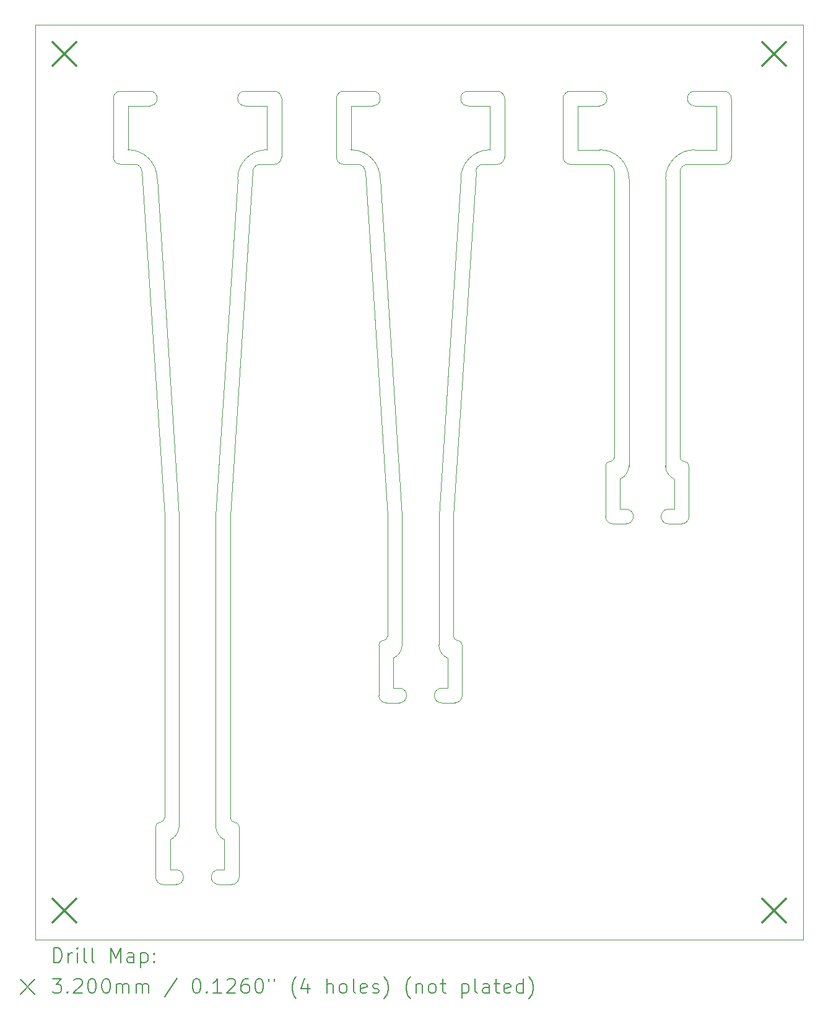
<source format=gbr>
%FSLAX45Y45*%
G04 Gerber Fmt 4.5, Leading zero omitted, Abs format (unit mm)*
G04 Created by KiCad (PCBNEW (6.0.0)) date 2022-03-28 07:33:32*
%MOMM*%
%LPD*%
G01*
G04 APERTURE LIST*
%TA.AperFunction,Profile*%
%ADD10C,0.050000*%
%TD*%
%ADD11C,0.200000*%
%ADD12C,0.320000*%
G04 APERTURE END LIST*
D10*
X18423000Y-4818586D02*
G75*
G03*
X18023000Y-5218586I0J-400000D01*
G01*
X18023000Y-9137635D02*
G75*
G03*
X18143000Y-9318586I208355J7908D01*
G01*
X17403000Y-9318586D02*
G75*
G03*
X17523000Y-9137635I-88355J188859D01*
G01*
X14923000Y-11582635D02*
G75*
G03*
X15043000Y-11763586I208355J7908D01*
G01*
X14303000Y-11763586D02*
G75*
G03*
X14423000Y-11582635I-88355J188859D01*
G01*
X17523000Y-5218586D02*
G75*
G03*
X17123000Y-4818586I-400000J0D01*
G01*
X14123000Y-5218586D02*
G75*
G03*
X13723000Y-4818586I-400000J0D01*
G01*
X14423000Y-9818586D02*
X14123000Y-5218586D01*
X14223000Y-9818586D02*
X13915289Y-5118586D01*
X13915289Y-5118586D02*
G75*
G03*
X13815289Y-5018586I-100000J0D01*
G01*
X15430711Y-5118586D02*
X15123000Y-9818586D01*
X15623000Y-4818586D02*
G75*
G03*
X15223000Y-5218586I0J-400000D01*
G01*
X13623711Y-5018586D02*
X13815289Y-5018586D01*
X15530711Y-5018586D02*
G75*
G03*
X15430711Y-5118586I0J-100000D01*
G01*
X15223000Y-5218586D02*
X14923000Y-9818586D01*
X15530711Y-5018586D02*
X15723000Y-5018586D01*
X16723711Y-5018586D02*
X17223000Y-5018586D01*
X18323000Y-5018586D02*
X18822289Y-5018586D01*
X18723000Y-4818586D02*
X18423000Y-4818586D01*
X17323000Y-5118586D02*
G75*
G03*
X17223000Y-5018586I-100000J0D01*
G01*
X17123000Y-4818586D02*
X16823000Y-4818586D01*
X18323000Y-5018586D02*
G75*
G03*
X18223000Y-5118586I0J-100000D01*
G01*
X11073000Y-5218586D02*
G75*
G03*
X10673000Y-4818586I-400000J0D01*
G01*
X11373000Y-9818586D02*
X11073000Y-5218586D01*
X11173000Y-9818586D02*
X10865289Y-5118586D01*
X10865289Y-5118586D02*
G75*
G03*
X10765289Y-5018586I-100000J0D01*
G01*
X10573711Y-5018586D02*
X10765289Y-5018586D01*
X12380711Y-5118586D02*
X12073000Y-9818586D01*
X12573000Y-4818586D02*
G75*
G03*
X12173000Y-5218586I0J-400000D01*
G01*
X11873000Y-14063586D02*
G75*
G03*
X11993000Y-14244538I208355J7908D01*
G01*
X18723000Y-4218586D02*
X18423000Y-4218586D01*
X12273000Y-4018586D02*
G75*
G03*
X12273000Y-4218586I0J-100000D01*
G01*
X11913000Y-14654538D02*
G75*
G03*
X11913000Y-14854538I0J-100000D01*
G01*
X18723000Y-4818586D02*
X18723000Y-4218586D01*
X14303000Y-12173586D02*
X14303000Y-11763586D01*
X18823000Y-5018586D02*
G75*
G03*
X18923000Y-4918586I0J100000D01*
G01*
X11373000Y-14063586D02*
X11373000Y-9818586D01*
X15123000Y-11463586D02*
X15123000Y-11213586D01*
X18023000Y-5218586D02*
X18023000Y-9137635D01*
X12193000Y-14064538D02*
G75*
G03*
X12133000Y-14004538I-60000J0D01*
G01*
X10473000Y-4818586D02*
X10473000Y-4918586D01*
X15243000Y-11583586D02*
G75*
G03*
X15183000Y-11523586I-60000J0D01*
G01*
X11253000Y-14654537D02*
X11333000Y-14654537D01*
X14023000Y-4218586D02*
X13723000Y-4218586D01*
X18823000Y-4018586D02*
X18423000Y-4018586D01*
X16623000Y-4918586D02*
G75*
G03*
X16723000Y-5018586I100000J0D01*
G01*
X16623000Y-4818586D02*
X16623000Y-4918586D01*
X12773000Y-4818586D02*
X12773000Y-4918586D01*
X18343000Y-9828586D02*
X18343000Y-9318586D01*
X15823000Y-4818586D02*
X15823000Y-4118586D01*
X10973000Y-4218586D02*
X10673000Y-4218586D01*
X14023000Y-4218586D02*
G75*
G03*
X14023000Y-4018586I0J100000D01*
G01*
X17203000Y-9828586D02*
G75*
G03*
X17303000Y-9928586I100000J0D01*
G01*
X17263000Y-9078586D02*
G75*
G03*
X17203000Y-9138586I0J-60000D01*
G01*
X14963000Y-12173586D02*
X15043000Y-12173586D01*
X17123000Y-4218586D02*
G75*
G03*
X17123000Y-4018586I0J100000D01*
G01*
X17203000Y-9318586D02*
X17203000Y-9828586D01*
X13523000Y-4118586D02*
X13523000Y-4818586D01*
X11253000Y-14244538D02*
G75*
G03*
X11373000Y-14063586I-88355J188859D01*
G01*
X17203000Y-9138586D02*
X17203000Y-9318586D01*
X14203000Y-12373586D02*
X14383000Y-12373586D01*
X14963000Y-12373586D02*
X15143000Y-12373586D01*
X12193000Y-14754538D02*
X12193000Y-14244538D01*
X15623000Y-4218586D02*
X15323000Y-4218586D01*
X17403000Y-9728586D02*
X17483000Y-9728586D01*
X17323000Y-5118586D02*
X17323000Y-8768586D01*
X12480711Y-5018586D02*
X12673000Y-5018586D01*
X15623000Y-4818586D02*
X15623000Y-4218586D01*
X18223000Y-8768586D02*
X18223000Y-5118586D01*
X11913000Y-14654538D02*
X11993000Y-14654538D01*
X11053000Y-14064538D02*
X11053000Y-14244538D01*
X12193000Y-14064538D02*
X12193000Y-14244538D01*
X14383000Y-12373586D02*
G75*
G03*
X14383000Y-12173586I0J100000D01*
G01*
X13723000Y-4818586D02*
X13723000Y-4218586D01*
X14423000Y-11582635D02*
X14423000Y-9818586D01*
X18063000Y-9728586D02*
G75*
G03*
X18063000Y-9928586I0J-100000D01*
G01*
X13623000Y-4018586D02*
G75*
G03*
X13523000Y-4118586I0J-100000D01*
G01*
X14103000Y-11763586D02*
X14103000Y-12273586D01*
X18223000Y-9018586D02*
G75*
G03*
X18283000Y-9078586I60000J0D01*
G01*
X17323000Y-8768586D02*
X17323000Y-9018586D01*
X14923000Y-9818586D02*
X14923000Y-11582635D01*
X11173000Y-13694538D02*
X11173000Y-13944538D01*
X10973000Y-4018586D02*
X10573000Y-4018586D01*
X18923000Y-4818586D02*
X18923000Y-4118586D01*
X17263000Y-9078586D02*
G75*
G03*
X17323000Y-9018586I0J60000D01*
G01*
X18143000Y-9318586D02*
X18143000Y-9728586D01*
X12093000Y-14854538D02*
G75*
G03*
X12193000Y-14754538I0J100000D01*
G01*
X12173000Y-5218586D02*
X11873000Y-9818586D01*
X11873000Y-9818586D02*
X11873000Y-14063586D01*
X15243000Y-12273586D02*
X15243000Y-11763586D01*
X12673000Y-5018586D02*
G75*
G03*
X12773000Y-4918586I0J100000D01*
G01*
X12573000Y-4218586D02*
X12273000Y-4218586D01*
X18923000Y-4818586D02*
X18923000Y-4918586D01*
X12073000Y-13944538D02*
X12073000Y-13694538D01*
X18243000Y-9928586D02*
G75*
G03*
X18343000Y-9828586I0J100000D01*
G01*
X11253000Y-14654538D02*
X11253000Y-14244538D01*
X16623000Y-4118586D02*
X16623000Y-4818586D01*
X14103000Y-12273586D02*
G75*
G03*
X14203000Y-12373586I100000J0D01*
G01*
X11913000Y-14854538D02*
X12093000Y-14854538D01*
X11053000Y-14754537D02*
G75*
G03*
X11153000Y-14854537I100000J0D01*
G01*
X11173000Y-9818586D02*
X11173000Y-13694538D01*
X14163000Y-11523586D02*
G75*
G03*
X14103000Y-11583586I0J-60000D01*
G01*
X18063000Y-9728586D02*
X18143000Y-9728586D01*
X12573000Y-4818586D02*
X12573000Y-4218586D01*
X11113000Y-14004538D02*
G75*
G03*
X11053000Y-14064538I0J-60000D01*
G01*
X11333000Y-14854537D02*
G75*
G03*
X11333000Y-14654537I0J100000D01*
G01*
X14163000Y-11523586D02*
G75*
G03*
X14223000Y-11463586I0J60000D01*
G01*
X15323000Y-4018586D02*
G75*
G03*
X15323000Y-4218586I0J-100000D01*
G01*
X11153000Y-14854537D02*
X11333000Y-14854537D01*
X11113000Y-14004538D02*
G75*
G03*
X11173000Y-13944538I0J60000D01*
G01*
X15723000Y-4018586D02*
X15323000Y-4018586D01*
X15123000Y-11463586D02*
G75*
G03*
X15183000Y-11523586I60000J0D01*
G01*
X9404500Y-3108250D02*
X19904500Y-3108250D01*
X19904500Y-3108250D02*
X19904500Y-15608250D01*
X19904500Y-15608250D02*
X9404500Y-15608250D01*
X9404500Y-15608250D02*
X9404500Y-3108250D01*
X14223000Y-9818586D02*
X14223000Y-11213586D01*
X17483000Y-9928586D02*
G75*
G03*
X17483000Y-9728586I0J100000D01*
G01*
X15823000Y-4118586D02*
G75*
G03*
X15723000Y-4018586I-100000J0D01*
G01*
X11993000Y-14244538D02*
X11993000Y-14654538D01*
X12073000Y-13694538D02*
X12073000Y-9818586D01*
X18343000Y-9138586D02*
G75*
G03*
X18283000Y-9078586I-60000J0D01*
G01*
X14023000Y-4018586D02*
X13623000Y-4018586D01*
X14303000Y-12173586D02*
X14383000Y-12173586D01*
X18343000Y-9138586D02*
X18343000Y-9318586D01*
X17303000Y-9928586D02*
X17483000Y-9928586D01*
X15043000Y-11763586D02*
X15043000Y-12173586D01*
X15723000Y-5018586D02*
G75*
G03*
X15823000Y-4918586I0J100000D01*
G01*
X17523000Y-9137635D02*
X17523000Y-5218586D01*
X17123000Y-4018586D02*
X16723000Y-4018586D01*
X11053000Y-14244538D02*
X11053000Y-14754537D01*
X14963000Y-12173586D02*
G75*
G03*
X14963000Y-12373586I0J-100000D01*
G01*
X14223000Y-11213586D02*
X14223000Y-11463586D01*
X12773000Y-4818586D02*
X12773000Y-4118586D01*
X12673000Y-4018586D02*
X12273000Y-4018586D01*
X14103000Y-11583586D02*
X14103000Y-11763586D01*
X18923000Y-4118586D02*
G75*
G03*
X18823000Y-4018586I-100000J0D01*
G01*
X16723000Y-4018586D02*
G75*
G03*
X16623000Y-4118586I0J-100000D01*
G01*
X16823000Y-4818586D02*
X16823000Y-4218586D01*
X12073000Y-13944538D02*
G75*
G03*
X12133000Y-14004538I60000J0D01*
G01*
X17123000Y-4218586D02*
X16823000Y-4218586D01*
X17403000Y-9728586D02*
X17403000Y-9318586D01*
X15143000Y-12373586D02*
G75*
G03*
X15243000Y-12273586I0J100000D01*
G01*
X18063000Y-9928586D02*
X18243000Y-9928586D01*
X13523000Y-4818586D02*
X13523000Y-4918586D01*
X12773000Y-4118586D02*
G75*
G03*
X12673000Y-4018586I-100000J0D01*
G01*
X15243000Y-11583586D02*
X15243000Y-11763586D01*
X10473000Y-4118586D02*
X10473000Y-4818586D01*
X12480711Y-5018586D02*
G75*
G03*
X12380711Y-5118586I0J-100000D01*
G01*
X15123000Y-11213586D02*
X15123000Y-9818586D01*
X18223000Y-9018586D02*
X18223000Y-8768586D01*
X15823000Y-4818586D02*
X15823000Y-4918586D01*
X10573000Y-4018586D02*
G75*
G03*
X10473000Y-4118586I0J-100000D01*
G01*
X10973000Y-4218586D02*
G75*
G03*
X10973000Y-4018586I0J100000D01*
G01*
X10473000Y-4918586D02*
G75*
G03*
X10573000Y-5018586I100000J0D01*
G01*
X10673000Y-4818586D02*
X10673000Y-4218586D01*
X13523000Y-4918586D02*
G75*
G03*
X13623000Y-5018586I100000J0D01*
G01*
X18423000Y-4018586D02*
G75*
G03*
X18423000Y-4218586I0J-100000D01*
G01*
D11*
D12*
X9644500Y-3348250D02*
X9964500Y-3668250D01*
X9964500Y-3348250D02*
X9644500Y-3668250D01*
X9644500Y-15048250D02*
X9964500Y-15368250D01*
X9964500Y-15048250D02*
X9644500Y-15368250D01*
X19344500Y-3348250D02*
X19664500Y-3668250D01*
X19664500Y-3348250D02*
X19344500Y-3668250D01*
X19344500Y-15048250D02*
X19664500Y-15368250D01*
X19664500Y-15048250D02*
X19344500Y-15368250D01*
D11*
X9659619Y-15921226D02*
X9659619Y-15721226D01*
X9707238Y-15721226D01*
X9735810Y-15730750D01*
X9754857Y-15749798D01*
X9764381Y-15768845D01*
X9773905Y-15806940D01*
X9773905Y-15835512D01*
X9764381Y-15873607D01*
X9754857Y-15892655D01*
X9735810Y-15911702D01*
X9707238Y-15921226D01*
X9659619Y-15921226D01*
X9859619Y-15921226D02*
X9859619Y-15787893D01*
X9859619Y-15825988D02*
X9869143Y-15806940D01*
X9878667Y-15797417D01*
X9897714Y-15787893D01*
X9916762Y-15787893D01*
X9983429Y-15921226D02*
X9983429Y-15787893D01*
X9983429Y-15721226D02*
X9973905Y-15730750D01*
X9983429Y-15740274D01*
X9992952Y-15730750D01*
X9983429Y-15721226D01*
X9983429Y-15740274D01*
X10107238Y-15921226D02*
X10088190Y-15911702D01*
X10078667Y-15892655D01*
X10078667Y-15721226D01*
X10212000Y-15921226D02*
X10192952Y-15911702D01*
X10183429Y-15892655D01*
X10183429Y-15721226D01*
X10440571Y-15921226D02*
X10440571Y-15721226D01*
X10507238Y-15864083D01*
X10573905Y-15721226D01*
X10573905Y-15921226D01*
X10754857Y-15921226D02*
X10754857Y-15816464D01*
X10745333Y-15797417D01*
X10726286Y-15787893D01*
X10688190Y-15787893D01*
X10669143Y-15797417D01*
X10754857Y-15911702D02*
X10735810Y-15921226D01*
X10688190Y-15921226D01*
X10669143Y-15911702D01*
X10659619Y-15892655D01*
X10659619Y-15873607D01*
X10669143Y-15854559D01*
X10688190Y-15845036D01*
X10735810Y-15845036D01*
X10754857Y-15835512D01*
X10850095Y-15787893D02*
X10850095Y-15987893D01*
X10850095Y-15797417D02*
X10869143Y-15787893D01*
X10907238Y-15787893D01*
X10926286Y-15797417D01*
X10935810Y-15806940D01*
X10945333Y-15825988D01*
X10945333Y-15883131D01*
X10935810Y-15902178D01*
X10926286Y-15911702D01*
X10907238Y-15921226D01*
X10869143Y-15921226D01*
X10850095Y-15911702D01*
X11031048Y-15902178D02*
X11040571Y-15911702D01*
X11031048Y-15921226D01*
X11021524Y-15911702D01*
X11031048Y-15902178D01*
X11031048Y-15921226D01*
X11031048Y-15797417D02*
X11040571Y-15806940D01*
X11031048Y-15816464D01*
X11021524Y-15806940D01*
X11031048Y-15797417D01*
X11031048Y-15816464D01*
X9202000Y-16150750D02*
X9402000Y-16350750D01*
X9402000Y-16150750D02*
X9202000Y-16350750D01*
X9640571Y-16141226D02*
X9764381Y-16141226D01*
X9697714Y-16217417D01*
X9726286Y-16217417D01*
X9745333Y-16226940D01*
X9754857Y-16236464D01*
X9764381Y-16255512D01*
X9764381Y-16303131D01*
X9754857Y-16322178D01*
X9745333Y-16331702D01*
X9726286Y-16341226D01*
X9669143Y-16341226D01*
X9650095Y-16331702D01*
X9640571Y-16322178D01*
X9850095Y-16322178D02*
X9859619Y-16331702D01*
X9850095Y-16341226D01*
X9840571Y-16331702D01*
X9850095Y-16322178D01*
X9850095Y-16341226D01*
X9935810Y-16160274D02*
X9945333Y-16150750D01*
X9964381Y-16141226D01*
X10012000Y-16141226D01*
X10031048Y-16150750D01*
X10040571Y-16160274D01*
X10050095Y-16179321D01*
X10050095Y-16198369D01*
X10040571Y-16226940D01*
X9926286Y-16341226D01*
X10050095Y-16341226D01*
X10173905Y-16141226D02*
X10192952Y-16141226D01*
X10212000Y-16150750D01*
X10221524Y-16160274D01*
X10231048Y-16179321D01*
X10240571Y-16217417D01*
X10240571Y-16265036D01*
X10231048Y-16303131D01*
X10221524Y-16322178D01*
X10212000Y-16331702D01*
X10192952Y-16341226D01*
X10173905Y-16341226D01*
X10154857Y-16331702D01*
X10145333Y-16322178D01*
X10135810Y-16303131D01*
X10126286Y-16265036D01*
X10126286Y-16217417D01*
X10135810Y-16179321D01*
X10145333Y-16160274D01*
X10154857Y-16150750D01*
X10173905Y-16141226D01*
X10364381Y-16141226D02*
X10383429Y-16141226D01*
X10402476Y-16150750D01*
X10412000Y-16160274D01*
X10421524Y-16179321D01*
X10431048Y-16217417D01*
X10431048Y-16265036D01*
X10421524Y-16303131D01*
X10412000Y-16322178D01*
X10402476Y-16331702D01*
X10383429Y-16341226D01*
X10364381Y-16341226D01*
X10345333Y-16331702D01*
X10335810Y-16322178D01*
X10326286Y-16303131D01*
X10316762Y-16265036D01*
X10316762Y-16217417D01*
X10326286Y-16179321D01*
X10335810Y-16160274D01*
X10345333Y-16150750D01*
X10364381Y-16141226D01*
X10516762Y-16341226D02*
X10516762Y-16207893D01*
X10516762Y-16226940D02*
X10526286Y-16217417D01*
X10545333Y-16207893D01*
X10573905Y-16207893D01*
X10592952Y-16217417D01*
X10602476Y-16236464D01*
X10602476Y-16341226D01*
X10602476Y-16236464D02*
X10612000Y-16217417D01*
X10631048Y-16207893D01*
X10659619Y-16207893D01*
X10678667Y-16217417D01*
X10688190Y-16236464D01*
X10688190Y-16341226D01*
X10783429Y-16341226D02*
X10783429Y-16207893D01*
X10783429Y-16226940D02*
X10792952Y-16217417D01*
X10812000Y-16207893D01*
X10840571Y-16207893D01*
X10859619Y-16217417D01*
X10869143Y-16236464D01*
X10869143Y-16341226D01*
X10869143Y-16236464D02*
X10878667Y-16217417D01*
X10897714Y-16207893D01*
X10926286Y-16207893D01*
X10945333Y-16217417D01*
X10954857Y-16236464D01*
X10954857Y-16341226D01*
X11345333Y-16131702D02*
X11173905Y-16388845D01*
X11602476Y-16141226D02*
X11621524Y-16141226D01*
X11640571Y-16150750D01*
X11650095Y-16160274D01*
X11659619Y-16179321D01*
X11669143Y-16217417D01*
X11669143Y-16265036D01*
X11659619Y-16303131D01*
X11650095Y-16322178D01*
X11640571Y-16331702D01*
X11621524Y-16341226D01*
X11602476Y-16341226D01*
X11583428Y-16331702D01*
X11573905Y-16322178D01*
X11564381Y-16303131D01*
X11554857Y-16265036D01*
X11554857Y-16217417D01*
X11564381Y-16179321D01*
X11573905Y-16160274D01*
X11583428Y-16150750D01*
X11602476Y-16141226D01*
X11754857Y-16322178D02*
X11764381Y-16331702D01*
X11754857Y-16341226D01*
X11745333Y-16331702D01*
X11754857Y-16322178D01*
X11754857Y-16341226D01*
X11954857Y-16341226D02*
X11840571Y-16341226D01*
X11897714Y-16341226D02*
X11897714Y-16141226D01*
X11878667Y-16169798D01*
X11859619Y-16188845D01*
X11840571Y-16198369D01*
X12031048Y-16160274D02*
X12040571Y-16150750D01*
X12059619Y-16141226D01*
X12107238Y-16141226D01*
X12126286Y-16150750D01*
X12135809Y-16160274D01*
X12145333Y-16179321D01*
X12145333Y-16198369D01*
X12135809Y-16226940D01*
X12021524Y-16341226D01*
X12145333Y-16341226D01*
X12316762Y-16141226D02*
X12278667Y-16141226D01*
X12259619Y-16150750D01*
X12250095Y-16160274D01*
X12231048Y-16188845D01*
X12221524Y-16226940D01*
X12221524Y-16303131D01*
X12231048Y-16322178D01*
X12240571Y-16331702D01*
X12259619Y-16341226D01*
X12297714Y-16341226D01*
X12316762Y-16331702D01*
X12326286Y-16322178D01*
X12335809Y-16303131D01*
X12335809Y-16255512D01*
X12326286Y-16236464D01*
X12316762Y-16226940D01*
X12297714Y-16217417D01*
X12259619Y-16217417D01*
X12240571Y-16226940D01*
X12231048Y-16236464D01*
X12221524Y-16255512D01*
X12459619Y-16141226D02*
X12478667Y-16141226D01*
X12497714Y-16150750D01*
X12507238Y-16160274D01*
X12516762Y-16179321D01*
X12526286Y-16217417D01*
X12526286Y-16265036D01*
X12516762Y-16303131D01*
X12507238Y-16322178D01*
X12497714Y-16331702D01*
X12478667Y-16341226D01*
X12459619Y-16341226D01*
X12440571Y-16331702D01*
X12431048Y-16322178D01*
X12421524Y-16303131D01*
X12412000Y-16265036D01*
X12412000Y-16217417D01*
X12421524Y-16179321D01*
X12431048Y-16160274D01*
X12440571Y-16150750D01*
X12459619Y-16141226D01*
X12602476Y-16141226D02*
X12602476Y-16179321D01*
X12678667Y-16141226D02*
X12678667Y-16179321D01*
X12973905Y-16417417D02*
X12964381Y-16407893D01*
X12945333Y-16379321D01*
X12935809Y-16360274D01*
X12926286Y-16331702D01*
X12916762Y-16284083D01*
X12916762Y-16245988D01*
X12926286Y-16198369D01*
X12935809Y-16169798D01*
X12945333Y-16150750D01*
X12964381Y-16122178D01*
X12973905Y-16112655D01*
X13135809Y-16207893D02*
X13135809Y-16341226D01*
X13088190Y-16131702D02*
X13040571Y-16274559D01*
X13164381Y-16274559D01*
X13392952Y-16341226D02*
X13392952Y-16141226D01*
X13478667Y-16341226D02*
X13478667Y-16236464D01*
X13469143Y-16217417D01*
X13450095Y-16207893D01*
X13421524Y-16207893D01*
X13402476Y-16217417D01*
X13392952Y-16226940D01*
X13602476Y-16341226D02*
X13583428Y-16331702D01*
X13573905Y-16322178D01*
X13564381Y-16303131D01*
X13564381Y-16245988D01*
X13573905Y-16226940D01*
X13583428Y-16217417D01*
X13602476Y-16207893D01*
X13631048Y-16207893D01*
X13650095Y-16217417D01*
X13659619Y-16226940D01*
X13669143Y-16245988D01*
X13669143Y-16303131D01*
X13659619Y-16322178D01*
X13650095Y-16331702D01*
X13631048Y-16341226D01*
X13602476Y-16341226D01*
X13783428Y-16341226D02*
X13764381Y-16331702D01*
X13754857Y-16312655D01*
X13754857Y-16141226D01*
X13935809Y-16331702D02*
X13916762Y-16341226D01*
X13878667Y-16341226D01*
X13859619Y-16331702D01*
X13850095Y-16312655D01*
X13850095Y-16236464D01*
X13859619Y-16217417D01*
X13878667Y-16207893D01*
X13916762Y-16207893D01*
X13935809Y-16217417D01*
X13945333Y-16236464D01*
X13945333Y-16255512D01*
X13850095Y-16274559D01*
X14021524Y-16331702D02*
X14040571Y-16341226D01*
X14078667Y-16341226D01*
X14097714Y-16331702D01*
X14107238Y-16312655D01*
X14107238Y-16303131D01*
X14097714Y-16284083D01*
X14078667Y-16274559D01*
X14050095Y-16274559D01*
X14031048Y-16265036D01*
X14021524Y-16245988D01*
X14021524Y-16236464D01*
X14031048Y-16217417D01*
X14050095Y-16207893D01*
X14078667Y-16207893D01*
X14097714Y-16217417D01*
X14173905Y-16417417D02*
X14183428Y-16407893D01*
X14202476Y-16379321D01*
X14212000Y-16360274D01*
X14221524Y-16331702D01*
X14231048Y-16284083D01*
X14231048Y-16245988D01*
X14221524Y-16198369D01*
X14212000Y-16169798D01*
X14202476Y-16150750D01*
X14183428Y-16122178D01*
X14173905Y-16112655D01*
X14535809Y-16417417D02*
X14526286Y-16407893D01*
X14507238Y-16379321D01*
X14497714Y-16360274D01*
X14488190Y-16331702D01*
X14478667Y-16284083D01*
X14478667Y-16245988D01*
X14488190Y-16198369D01*
X14497714Y-16169798D01*
X14507238Y-16150750D01*
X14526286Y-16122178D01*
X14535809Y-16112655D01*
X14612000Y-16207893D02*
X14612000Y-16341226D01*
X14612000Y-16226940D02*
X14621524Y-16217417D01*
X14640571Y-16207893D01*
X14669143Y-16207893D01*
X14688190Y-16217417D01*
X14697714Y-16236464D01*
X14697714Y-16341226D01*
X14821524Y-16341226D02*
X14802476Y-16331702D01*
X14792952Y-16322178D01*
X14783428Y-16303131D01*
X14783428Y-16245988D01*
X14792952Y-16226940D01*
X14802476Y-16217417D01*
X14821524Y-16207893D01*
X14850095Y-16207893D01*
X14869143Y-16217417D01*
X14878667Y-16226940D01*
X14888190Y-16245988D01*
X14888190Y-16303131D01*
X14878667Y-16322178D01*
X14869143Y-16331702D01*
X14850095Y-16341226D01*
X14821524Y-16341226D01*
X14945333Y-16207893D02*
X15021524Y-16207893D01*
X14973905Y-16141226D02*
X14973905Y-16312655D01*
X14983428Y-16331702D01*
X15002476Y-16341226D01*
X15021524Y-16341226D01*
X15240571Y-16207893D02*
X15240571Y-16407893D01*
X15240571Y-16217417D02*
X15259619Y-16207893D01*
X15297714Y-16207893D01*
X15316762Y-16217417D01*
X15326286Y-16226940D01*
X15335809Y-16245988D01*
X15335809Y-16303131D01*
X15326286Y-16322178D01*
X15316762Y-16331702D01*
X15297714Y-16341226D01*
X15259619Y-16341226D01*
X15240571Y-16331702D01*
X15450095Y-16341226D02*
X15431048Y-16331702D01*
X15421524Y-16312655D01*
X15421524Y-16141226D01*
X15612000Y-16341226D02*
X15612000Y-16236464D01*
X15602476Y-16217417D01*
X15583428Y-16207893D01*
X15545333Y-16207893D01*
X15526286Y-16217417D01*
X15612000Y-16331702D02*
X15592952Y-16341226D01*
X15545333Y-16341226D01*
X15526286Y-16331702D01*
X15516762Y-16312655D01*
X15516762Y-16293607D01*
X15526286Y-16274559D01*
X15545333Y-16265036D01*
X15592952Y-16265036D01*
X15612000Y-16255512D01*
X15678667Y-16207893D02*
X15754857Y-16207893D01*
X15707238Y-16141226D02*
X15707238Y-16312655D01*
X15716762Y-16331702D01*
X15735809Y-16341226D01*
X15754857Y-16341226D01*
X15897714Y-16331702D02*
X15878667Y-16341226D01*
X15840571Y-16341226D01*
X15821524Y-16331702D01*
X15812000Y-16312655D01*
X15812000Y-16236464D01*
X15821524Y-16217417D01*
X15840571Y-16207893D01*
X15878667Y-16207893D01*
X15897714Y-16217417D01*
X15907238Y-16236464D01*
X15907238Y-16255512D01*
X15812000Y-16274559D01*
X16078667Y-16341226D02*
X16078667Y-16141226D01*
X16078667Y-16331702D02*
X16059619Y-16341226D01*
X16021524Y-16341226D01*
X16002476Y-16331702D01*
X15992952Y-16322178D01*
X15983428Y-16303131D01*
X15983428Y-16245988D01*
X15992952Y-16226940D01*
X16002476Y-16217417D01*
X16021524Y-16207893D01*
X16059619Y-16207893D01*
X16078667Y-16217417D01*
X16154857Y-16417417D02*
X16164381Y-16407893D01*
X16183428Y-16379321D01*
X16192952Y-16360274D01*
X16202476Y-16331702D01*
X16212000Y-16284083D01*
X16212000Y-16245988D01*
X16202476Y-16198369D01*
X16192952Y-16169798D01*
X16183428Y-16150750D01*
X16164381Y-16122178D01*
X16154857Y-16112655D01*
M02*

</source>
